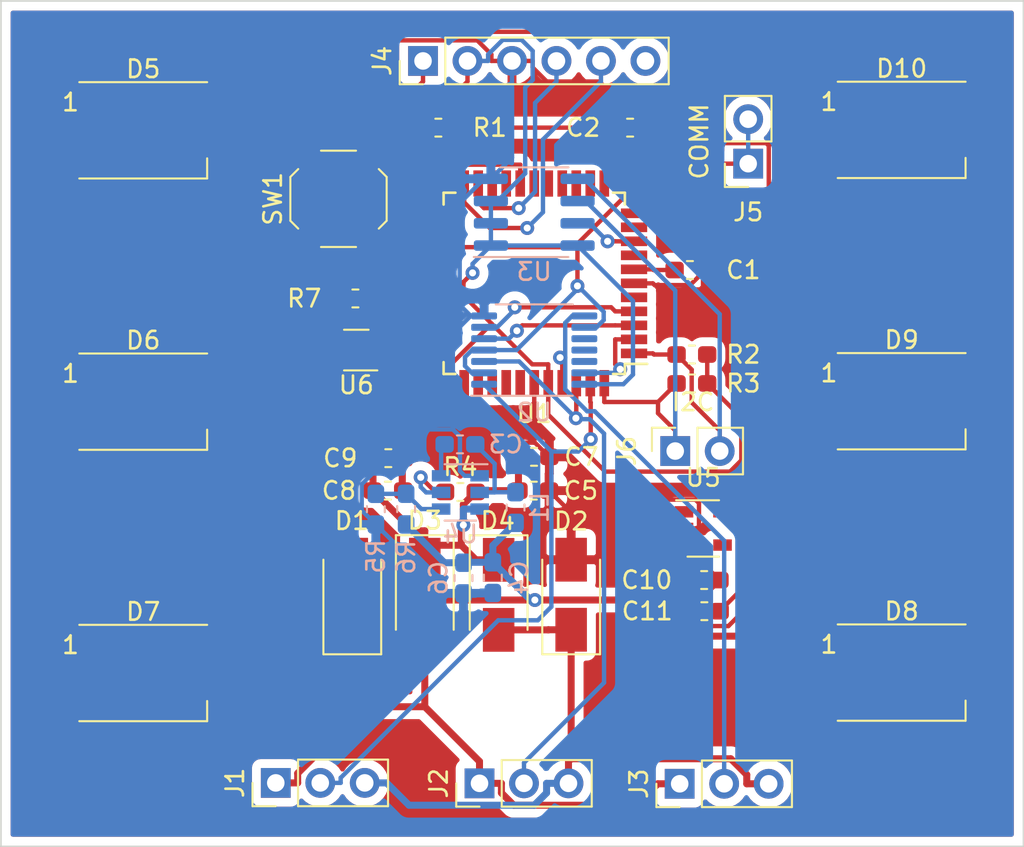
<source format=kicad_pcb>
(kicad_pcb (version 20171130) (host pcbnew "(5.1.6)-1")
  (layers (0 F.Cu signal) (31 B.Cu signal) (34 B.Paste user) (35 F.Paste user) (36 B.SilkS user) (37 F.SilkS user) (38 B.Mask user) (39 F.Mask user) (44 Edge.Cuts user))
  (net 0 "")
  (net 1 "Net-(C1-Pad2)")
  (net 2 GND)
  (net 3 +3V3)
  (net 4 "Net-(C3-Pad2)")
  (net 5 "Net-(C3-Pad1)")
  (net 6 +5V)
  (net 7 +VDC)
  (net 8 PRI_HI)
  (net 9 PRI_LO)
  (net 10 "Net-(D5-Pad2)")
  (net 11 "Net-(D10-Pad4)")
  (net 12 "Net-(D6-Pad2)")
  (net 13 "Net-(D7-Pad2)")
  (net 14 "Net-(D8-Pad2)")
  (net 15 "Net-(D9-Pad2)")
  (net 16 "Net-(D10-Pad2)")
  (net 17 PORT1_IO)
  (net 18 PORT2_IO)
  (net 19 PORT3_IO)
  (net 20 "Net-(J4-Pad6)")
  (net 21 PGEC)
  (net 22 PGED)
  (net 23 RESET)
  (net 24 SDA)
  (net 25 SCL)
  (net 26 "Net-(R4-Pad1)")
  (net 27 "Net-(R5-Pad1)")
  (net 28 "Net-(R7-Pad2)")
  (net 29 "Net-(U1-Pad38)")
  (net 30 "Net-(U1-Pad37)")
  (net 31 "Net-(U1-Pad36)")
  (net 32 "Net-(U1-Pad35)")
  (net 33 "Net-(U1-Pad34)")
  (net 34 "Net-(U1-Pad33)")
  (net 35 PWM_OUT)
  (net 36 "Net-(U1-Pad31)")
  (net 37 "Net-(U1-Pad30)")
  (net 38 "Net-(U1-Pad27)")
  (net 39 IO_COM)
  (net 40 "Net-(U1-Pad24)")
  (net 41 "Net-(U1-Pad23)")
  (net 42 "Net-(U1-Pad20)")
  (net 43 "Net-(U1-Pad19)")
  (net 44 "Net-(U1-Pad17)")
  (net 45 "Net-(U1-Pad16)")
  (net 46 "Net-(U1-Pad15)")
  (net 47 "Net-(U1-Pad14)")
  (net 48 "Net-(U1-Pad13)")
  (net 49 "Net-(U1-Pad12)")
  (net 50 "Net-(U1-Pad11)")
  (net 51 "Net-(U1-Pad10)")
  (net 52 FRAM_WP)
  (net 53 "Net-(U1-Pad8)")
  (net 54 "Net-(U1-Pad5)")
  (net 55 PORT3_SEL)
  (net 56 PORT2_SEL)
  (net 57 PORT1_SEL)
  (net 58 "Net-(U2-Pad12)")
  (net 59 "Net-(U2-Pad11)")
  (net 60 "Net-(U2-Pad10)")
  (net 61 "Net-(U5-Pad4)")
  (module Connector_PinSocket_2.54mm:PinSocket_1x02_P2.54mm_Vertical (layer F.Cu) (at 198.526 124.739 90)
    (fp_text reference J6 (at 0 -2.77 90) (layer F.SilkS))
    (fp_text value I2C (at 2.794 1.016) (layer F.SilkS))
    (pad 2 thru_hole oval (at 0 2.54 90) (size 1.7 1.7) (drill 1) (layers *.Cu *.Mask) (net 24 SDA))
    (pad 1 thru_hole rect (at 0 0 90) (size 1.7 1.7) (drill 1) (layers *.Cu *.Mask) (net 25 SCL))
  )
  (module Connector_PinSocket_2.54mm:PinSocket_1x02_P2.54mm_Vertical (layer F.Cu) (at 202.692 108.331 180)
    (fp_text reference J5 (at 0 -2.77) (layer F.SilkS))
    (fp_text value COMM (at 2.794 1.27 90) (layer F.SilkS))
    (pad 2 thru_hole oval (at 0 2.54 180) (size 1.7 1.7) (drill 1) (layers *.Cu *.Mask) (net 39 IO_COM))
    (pad 1 thru_hole rect (at 0 0 180) (size 1.7 1.7) (drill 1) (layers *.Cu *.Mask) (net 39 IO_COM))
  )
  (module Package_TO_SOT_SMD:SOT-363_SC-70-6 (layer F.Cu) (at 180.315 118.974 180)
    (fp_text reference U6 (at 0 -2) (layer F.SilkS))
    (fp_text value SN74LVC1T45DCK)
    (pad 6 smd rect (at 0.95 -0.65 180) (size 0.65 0.4) (layers F.Cu F.Paste F.Mask) (net 6 +5V))
    (pad 4 smd rect (at 0.95 0.65 180) (size 0.65 0.4) (layers F.Cu F.Paste F.Mask) (net 28 "Net-(R7-Pad2)"))
    (pad 2 smd rect (at -0.95 0 180) (size 0.65 0.4) (layers F.Cu F.Paste F.Mask) (net 2 GND))
    (pad 5 smd rect (at 0.95 0 180) (size 0.65 0.4) (layers F.Cu F.Paste F.Mask) (net 3 +3V3))
    (pad 3 smd rect (at -0.95 0.65 180) (size 0.65 0.4) (layers F.Cu F.Paste F.Mask) (net 35 PWM_OUT))
    (pad 1 smd rect (at -0.95 -0.65 180) (size 0.65 0.4) (layers F.Cu F.Paste F.Mask) (net 3 +3V3))
  )
  (module Package_TO_SOT_SMD:SOT-23-5 (layer F.Cu) (at 200.127 129.159)
    (fp_text reference U5 (at 0 -2.9) (layer F.SilkS))
    (fp_text value AP2112K-3.3)
    (pad 5 smd rect (at 1.1 -0.95) (size 1.06 0.65) (layers F.Cu F.Paste F.Mask) (net 3 +3V3))
    (pad 4 smd rect (at 1.1 0.95) (size 1.06 0.65) (layers F.Cu F.Paste F.Mask) (net 61 "Net-(U5-Pad4)"))
    (pad 3 smd rect (at -1.1 0.95) (size 1.06 0.65) (layers F.Cu F.Paste F.Mask) (net 6 +5V))
    (pad 2 smd rect (at -1.1 0) (size 1.06 0.65) (layers F.Cu F.Paste F.Mask) (net 2 GND))
    (pad 1 smd rect (at -1.1 -0.95) (size 1.06 0.65) (layers F.Cu F.Paste F.Mask) (net 6 +5V))
  )
  (module Package_TO_SOT_SMD:SOT-23-6 (layer B.Cu) (at 186.258 127.102 180)
    (fp_text reference U4 (at 0 -2.3876) (layer B.SilkS) (effects (justify mirror)))
    (fp_text value TPS562200)
    (pad 5 smd rect (at 1.1 0 180) (size 1.06 0.65) (layers B.Cu B.Paste B.Mask) (net 26 "Net-(R4-Pad1)"))
    (pad 6 smd rect (at 1.1 0.95 180) (size 1.06 0.65) (layers B.Cu B.Paste B.Mask) (net 4 "Net-(C3-Pad2)"))
    (pad 4 smd rect (at 1.1 -0.95 180) (size 1.06 0.65) (layers B.Cu B.Paste B.Mask) (net 27 "Net-(R5-Pad1)"))
    (pad 3 smd rect (at -1.1 -0.95 180) (size 1.06 0.65) (layers B.Cu B.Paste B.Mask) (net 7 +VDC))
    (pad 2 smd rect (at -1.1 0 180) (size 1.06 0.65) (layers B.Cu B.Paste B.Mask) (net 5 "Net-(C3-Pad1)"))
    (pad 1 smd rect (at -1.1 0.95 180) (size 1.06 0.65) (layers B.Cu B.Paste B.Mask) (net 2 GND))
  )
  (module Package_SO:SOIC-8_3.9x4.9mm_P1.27mm (layer B.Cu) (at 190.475 111.1)
    (fp_text reference U3 (at 0 3.4) (layer B.SilkS) (effects (justify mirror)))
    (fp_text value MB85RC256)
    (pad 8 smd roundrect (at 2.475 1.905) (size 1.95 0.6) (layers B.Cu B.Paste B.Mask) (net 3 +3V3))
    (pad 7 smd roundrect (at 2.475 0.635) (size 1.95 0.6) (layers B.Cu B.Paste B.Mask) (net 52 FRAM_WP))
    (pad 6 smd roundrect (at 2.475 -0.635) (size 1.95 0.6) (layers B.Cu B.Paste B.Mask) (net 25 SCL))
    (pad 5 smd roundrect (at 2.475 -1.905) (size 1.95 0.6) (layers B.Cu B.Paste B.Mask) (net 24 SDA))
    (pad 4 smd roundrect (at -2.475 -1.905) (size 1.95 0.6) (layers B.Cu B.Paste B.Mask) (net 2 GND))
    (pad 3 smd roundrect (at -2.475 -0.635) (size 1.95 0.6) (layers B.Cu B.Paste B.Mask) (net 3 +3V3))
    (pad 2 smd roundrect (at -2.475 0.635) (size 1.95 0.6) (layers B.Cu B.Paste B.Mask) (net 3 +3V3))
    (pad 1 smd roundrect (at -2.475 1.905) (size 1.95 0.6) (layers B.Cu B.Paste B.Mask) (net 3 +3V3))
  )
  (module Package_SO:TSSOP-14_4.4x5mm_P0.65mm (layer B.Cu) (at 190.475 118.974)
    (fp_text reference U2 (at 0 3.556) (layer B.SilkS) (effects (justify mirror)))
    (fp_text value TS3A4751PWR)
    (pad 14 smd roundrect (at 2.8625 1.95) (size 1.475 0.4) (layers B.Cu B.Paste B.Mask) (net 3 +3V3))
    (pad 13 smd roundrect (at 2.8625 1.3) (size 1.475 0.4) (layers B.Cu B.Paste B.Mask) (net 57 PORT1_SEL))
    (pad 12 smd roundrect (at 2.8625 0.65) (size 1.475 0.4) (layers B.Cu B.Paste B.Mask) (net 58 "Net-(U2-Pad12)"))
    (pad 11 smd roundrect (at 2.8625 0) (size 1.475 0.4) (layers B.Cu B.Paste B.Mask) (net 59 "Net-(U2-Pad11)"))
    (pad 10 smd roundrect (at 2.8625 -0.65) (size 1.475 0.4) (layers B.Cu B.Paste B.Mask) (net 60 "Net-(U2-Pad10)"))
    (pad 9 smd roundrect (at 2.8625 -1.3) (size 1.475 0.4) (layers B.Cu B.Paste B.Mask) (net 39 IO_COM))
    (pad 8 smd roundrect (at 2.8625 -1.95) (size 1.475 0.4) (layers B.Cu B.Paste B.Mask) (net 19 PORT3_IO))
    (pad 7 smd roundrect (at -2.8625 -1.95) (size 1.475 0.4) (layers B.Cu B.Paste B.Mask) (net 2 GND))
    (pad 6 smd roundrect (at -2.8625 -1.3) (size 1.475 0.4) (layers B.Cu B.Paste B.Mask) (net 55 PORT3_SEL))
    (pad 5 smd roundrect (at -2.8625 -0.65) (size 1.475 0.4) (layers B.Cu B.Paste B.Mask) (net 56 PORT2_SEL))
    (pad 4 smd roundrect (at -2.8625 0) (size 1.475 0.4) (layers B.Cu B.Paste B.Mask) (net 39 IO_COM))
    (pad 3 smd roundrect (at -2.8625 0.65) (size 1.475 0.4) (layers B.Cu B.Paste B.Mask) (net 18 PORT2_IO))
    (pad 2 smd roundrect (at -2.8625 1.3) (size 1.475 0.4) (layers B.Cu B.Paste B.Mask) (net 39 IO_COM))
    (pad 1 smd roundrect (at -2.8625 1.95) (size 1.475 0.4) (layers B.Cu B.Paste B.Mask) (net 17 PORT1_IO))
  )
  (module Package_QFP:TQFP-44_10x10mm_P0.8mm (layer F.Cu) (at 190.475 115.164 180)
    (fp_text reference U1 (at 0 -7.45) (layer F.SilkS))
    (fp_text value DSPIC33FJ128MC804)
    (pad 44 smd rect (at -4 -5.7 270) (size 1.5 0.55) (layers F.Cu F.Paste F.Mask) (net 25 SCL))
    (pad 43 smd rect (at -3.2 -5.7 270) (size 1.5 0.55) (layers F.Cu F.Paste F.Mask) (net 17 PORT1_IO))
    (pad 42 smd rect (at -2.4 -5.7 270) (size 1.5 0.55) (layers F.Cu F.Paste F.Mask) (net 18 PORT2_IO))
    (pad 41 smd rect (at -1.6 -5.7 270) (size 1.5 0.55) (layers F.Cu F.Paste F.Mask) (net 19 PORT3_IO))
    (pad 40 smd rect (at -0.8 -5.7 270) (size 1.5 0.55) (layers F.Cu F.Paste F.Mask) (net 3 +3V3))
    (pad 39 smd rect (at 0 -5.7 270) (size 1.5 0.55) (layers F.Cu F.Paste F.Mask) (net 2 GND))
    (pad 38 smd rect (at 0.8 -5.7 270) (size 1.5 0.55) (layers F.Cu F.Paste F.Mask) (net 29 "Net-(U1-Pad38)"))
    (pad 37 smd rect (at 1.6 -5.7 270) (size 1.5 0.55) (layers F.Cu F.Paste F.Mask) (net 30 "Net-(U1-Pad37)"))
    (pad 36 smd rect (at 2.4 -5.7 270) (size 1.5 0.55) (layers F.Cu F.Paste F.Mask) (net 31 "Net-(U1-Pad36)"))
    (pad 35 smd rect (at 3.2 -5.7 270) (size 1.5 0.55) (layers F.Cu F.Paste F.Mask) (net 32 "Net-(U1-Pad35)"))
    (pad 34 smd rect (at 4 -5.7 270) (size 1.5 0.55) (layers F.Cu F.Paste F.Mask) (net 33 "Net-(U1-Pad34)"))
    (pad 33 smd rect (at 5.7 -4 180) (size 1.5 0.55) (layers F.Cu F.Paste F.Mask) (net 34 "Net-(U1-Pad33)"))
    (pad 32 smd rect (at 5.7 -3.2 180) (size 1.5 0.55) (layers F.Cu F.Paste F.Mask) (net 35 PWM_OUT))
    (pad 31 smd rect (at 5.7 -2.4 180) (size 1.5 0.55) (layers F.Cu F.Paste F.Mask) (net 36 "Net-(U1-Pad31)"))
    (pad 30 smd rect (at 5.7 -1.6 180) (size 1.5 0.55) (layers F.Cu F.Paste F.Mask) (net 37 "Net-(U1-Pad30)"))
    (pad 29 smd rect (at 5.7 -0.8 180) (size 1.5 0.55) (layers F.Cu F.Paste F.Mask) (net 2 GND))
    (pad 28 smd rect (at 5.7 0 180) (size 1.5 0.55) (layers F.Cu F.Paste F.Mask) (net 3 +3V3))
    (pad 27 smd rect (at 5.7 0.8 180) (size 1.5 0.55) (layers F.Cu F.Paste F.Mask) (net 38 "Net-(U1-Pad27)"))
    (pad 26 smd rect (at 5.7 1.6 180) (size 1.5 0.55) (layers F.Cu F.Paste F.Mask) (net 39 IO_COM))
    (pad 25 smd rect (at 5.7 2.4 180) (size 1.5 0.55) (layers F.Cu F.Paste F.Mask) (net 39 IO_COM))
    (pad 24 smd rect (at 5.7 3.2 180) (size 1.5 0.55) (layers F.Cu F.Paste F.Mask) (net 40 "Net-(U1-Pad24)"))
    (pad 23 smd rect (at 5.7 4 180) (size 1.5 0.55) (layers F.Cu F.Paste F.Mask) (net 41 "Net-(U1-Pad23)"))
    (pad 22 smd rect (at 4 5.7 270) (size 1.5 0.55) (layers F.Cu F.Paste F.Mask) (net 21 PGEC))
    (pad 21 smd rect (at 3.2 5.7 270) (size 1.5 0.55) (layers F.Cu F.Paste F.Mask) (net 22 PGED))
    (pad 20 smd rect (at 2.4 5.7 270) (size 1.5 0.55) (layers F.Cu F.Paste F.Mask) (net 42 "Net-(U1-Pad20)"))
    (pad 19 smd rect (at 1.6 5.7 270) (size 1.5 0.55) (layers F.Cu F.Paste F.Mask) (net 43 "Net-(U1-Pad19)"))
    (pad 18 smd rect (at 0.8 5.7 270) (size 1.5 0.55) (layers F.Cu F.Paste F.Mask) (net 23 RESET))
    (pad 17 smd rect (at 0 5.7 270) (size 1.5 0.55) (layers F.Cu F.Paste F.Mask) (net 44 "Net-(U1-Pad17)"))
    (pad 16 smd rect (at -0.8 5.7 270) (size 1.5 0.55) (layers F.Cu F.Paste F.Mask) (net 45 "Net-(U1-Pad16)"))
    (pad 15 smd rect (at -1.6 5.7 270) (size 1.5 0.55) (layers F.Cu F.Paste F.Mask) (net 46 "Net-(U1-Pad15)"))
    (pad 14 smd rect (at -2.4 5.7 270) (size 1.5 0.55) (layers F.Cu F.Paste F.Mask) (net 47 "Net-(U1-Pad14)"))
    (pad 13 smd rect (at -3.2 5.7 270) (size 1.5 0.55) (layers F.Cu F.Paste F.Mask) (net 48 "Net-(U1-Pad13)"))
    (pad 12 smd rect (at -4 5.7 270) (size 1.5 0.55) (layers F.Cu F.Paste F.Mask) (net 49 "Net-(U1-Pad12)"))
    (pad 11 smd rect (at -5.7 4 180) (size 1.5 0.55) (layers F.Cu F.Paste F.Mask) (net 50 "Net-(U1-Pad11)"))
    (pad 10 smd rect (at -5.7 3.2 180) (size 1.5 0.55) (layers F.Cu F.Paste F.Mask) (net 51 "Net-(U1-Pad10)"))
    (pad 9 smd rect (at -5.7 2.4 180) (size 1.5 0.55) (layers F.Cu F.Paste F.Mask) (net 52 FRAM_WP))
    (pad 8 smd rect (at -5.7 1.6 180) (size 1.5 0.55) (layers F.Cu F.Paste F.Mask) (net 53 "Net-(U1-Pad8)"))
    (pad 7 smd rect (at -5.7 0.8 180) (size 1.5 0.55) (layers F.Cu F.Paste F.Mask) (net 1 "Net-(C1-Pad2)"))
    (pad 6 smd rect (at -5.7 0 180) (size 1.5 0.55) (layers F.Cu F.Paste F.Mask) (net 2 GND))
    (pad 5 smd rect (at -5.7 -0.8 180) (size 1.5 0.55) (layers F.Cu F.Paste F.Mask) (net 54 "Net-(U1-Pad5)"))
    (pad 4 smd rect (at -5.7 -1.6 180) (size 1.5 0.55) (layers F.Cu F.Paste F.Mask) (net 55 PORT3_SEL))
    (pad 3 smd rect (at -5.7 -2.4 180) (size 1.5 0.55) (layers F.Cu F.Paste F.Mask) (net 56 PORT2_SEL))
    (pad 2 smd rect (at -5.7 -3.2 180) (size 1.5 0.55) (layers F.Cu F.Paste F.Mask) (net 57 PORT1_SEL))
    (pad 1 smd rect (at -5.7 -4 180) (size 1.5 0.55) (layers F.Cu F.Paste F.Mask) (net 24 SDA))
  )
  (module Button_Switch_SMD:SW_SPST_TL3342 (layer F.Cu) (at 179.299 110.338 90)
    (fp_text reference SW1 (at 0 -3.75 90) (layer F.SilkS))
    (fp_text value SW_Push)
    (pad 2 smd rect (at 3.15 1.9 90) (size 1.7 1) (layers F.Cu F.Paste F.Mask) (net 23 RESET))
    (pad 2 smd rect (at -3.15 1.9 90) (size 1.7 1) (layers F.Cu F.Paste F.Mask) (net 23 RESET))
    (pad 1 smd rect (at 3.15 -1.9 90) (size 1.7 1) (layers F.Cu F.Paste F.Mask) (net 2 GND))
    (pad 1 smd rect (at -3.15 -1.9 90) (size 1.7 1) (layers F.Cu F.Paste F.Mask) (net 2 GND))
  )
  (module Resistor_SMD:R_0603_1608Metric_Pad1.05x0.95mm_HandSolder (layer F.Cu) (at 180.264 116.027)
    (fp_text reference R7 (at -2.921 0) (layer F.SilkS))
    (fp_text value 470)
    (pad 2 smd roundrect (at 0.875 0) (size 1.05 0.95) (layers F.Cu F.Paste F.Mask) (net 28 "Net-(R7-Pad2)"))
    (pad 1 smd roundrect (at -0.875 0) (size 1.05 0.95) (layers F.Cu F.Paste F.Mask) (net 11 "Net-(D10-Pad4)"))
  )
  (module Resistor_SMD:R_0603_1608Metric_Pad1.05x0.95mm_HandSolder (layer B.Cu) (at 183.159 128.055 270)
    (fp_text reference R6 (at 2.7546 0 90) (layer B.SilkS) (effects (justify mirror)))
    (fp_text value 49.9k)
    (pad 2 smd roundrect (at 0.875 0 270) (size 1.05 0.95) (layers B.Cu B.Paste B.Mask) (net 6 +5V))
    (pad 1 smd roundrect (at -0.875 0 270) (size 1.05 0.95) (layers B.Cu B.Paste B.Mask) (net 27 "Net-(R5-Pad1)"))
  )
  (module Resistor_SMD:R_0603_1608Metric_Pad1.05x0.95mm_HandSolder (layer B.Cu) (at 181.432 128.058 270)
    (fp_text reference R5 (at 2.7008 0 90) (layer B.SilkS) (effects (justify mirror)))
    (fp_text value 9.09k)
    (pad 2 smd roundrect (at 0.875 0 270) (size 1.05 0.95) (layers B.Cu B.Paste B.Mask) (net 2 GND))
    (pad 1 smd roundrect (at -0.875 0 270) (size 1.05 0.95) (layers B.Cu B.Paste B.Mask) (net 27 "Net-(R5-Pad1)"))
  )
  (module Resistor_SMD:R_0603_1608Metric_Pad1.05x0.95mm_HandSolder (layer F.Cu) (at 186.258 127.076)
    (fp_text reference R4 (at 0 -1.43) (layer F.SilkS))
    (fp_text value 1k)
    (pad 2 smd roundrect (at 0.875 0) (size 1.05 0.95) (layers F.Cu F.Paste F.Mask) (net 7 +VDC))
    (pad 1 smd roundrect (at -0.875 0) (size 1.05 0.95) (layers F.Cu F.Paste F.Mask) (net 26 "Net-(R4-Pad1)"))
  )
  (module Resistor_SMD:R_0603_1608Metric_Pad1.05x0.95mm_HandSolder (layer F.Cu) (at 199.478 120.879 180)
    (fp_text reference R3 (at -2.935 0) (layer F.SilkS))
    (fp_text value 4.7k)
    (pad 2 smd roundrect (at 0.875 0 180) (size 1.05 0.95) (layers F.Cu F.Paste F.Mask) (net 25 SCL))
    (pad 1 smd roundrect (at -0.875 0 180) (size 1.05 0.95) (layers F.Cu F.Paste F.Mask) (net 3 +3V3))
  )
  (module Resistor_SMD:R_0603_1608Metric_Pad1.05x0.95mm_HandSolder (layer F.Cu) (at 199.478 119.228 180)
    (fp_text reference R2 (at -2.935 0) (layer F.SilkS))
    (fp_text value 4.7k)
    (pad 2 smd roundrect (at 0.875 0 180) (size 1.05 0.95) (layers F.Cu F.Paste F.Mask) (net 24 SDA))
    (pad 1 smd roundrect (at -0.875 0 180) (size 1.05 0.95) (layers F.Cu F.Paste F.Mask) (net 3 +3V3))
  )
  (module Resistor_SMD:R_0603_1608Metric_Pad1.05x0.95mm_HandSolder (layer F.Cu) (at 185 106.274 180)
    (fp_text reference R1 (at -2.935 0) (layer F.SilkS))
    (fp_text value 10k)
    (pad 2 smd roundrect (at 0.875 0 180) (size 1.05 0.95) (layers F.Cu F.Paste F.Mask) (net 23 RESET))
    (pad 1 smd roundrect (at -0.875 0 180) (size 1.05 0.95) (layers F.Cu F.Paste F.Mask) (net 3 +3V3))
  )
  (module Inductor_SMD:L_0603_1608Metric_Pad1.05x0.95mm_HandSolder (layer B.Cu) (at 189.408 127.965 270)
    (fp_text reference L1 (at 0 -1.3716 270) (layer B.SilkS) (effects (justify mirror)))
    (fp_text value 2.2u)
    (pad 2 smd roundrect (at 0.875 0 270) (size 1.05 0.95) (layers B.Cu B.Paste B.Mask) (net 6 +5V))
    (pad 1 smd roundrect (at -0.875 0 270) (size 1.05 0.95) (layers B.Cu B.Paste B.Mask) (net 5 "Net-(C3-Pad1)"))
  )
  (module Connector_PinHeader_2.54mm:PinHeader_1x06_P2.54mm_Vertical (layer F.Cu) (at 184.125 102.464 90)
    (fp_text reference J4 (at 0 -2.33 90) (layer F.SilkS))
    (fp_text value Conn_01x06)
    (pad 6 thru_hole oval (at 0 12.7 90) (size 1.7 1.7) (drill 1) (layers *.Cu *.Mask) (net 20 "Net-(J4-Pad6)"))
    (pad 5 thru_hole oval (at 0 10.16 90) (size 1.7 1.7) (drill 1) (layers *.Cu *.Mask) (net 21 PGEC))
    (pad 4 thru_hole oval (at 0 7.62 90) (size 1.7 1.7) (drill 1) (layers *.Cu *.Mask) (net 22 PGED))
    (pad 3 thru_hole oval (at 0 5.08 90) (size 1.7 1.7) (drill 1) (layers *.Cu *.Mask) (net 2 GND))
    (pad 2 thru_hole oval (at 0 2.54 90) (size 1.7 1.7) (drill 1) (layers *.Cu *.Mask) (net 3 +3V3))
    (pad 1 thru_hole rect (at 0 0 90) (size 1.7 1.7) (drill 1) (layers *.Cu *.Mask) (net 23 RESET))
  )
  (module Connector_PinHeader_2.54mm:PinHeader_1x03_P2.54mm_Vertical (layer F.Cu) (at 198.78 143.739 90)
    (fp_text reference J3 (at 0 -2.33 90) (layer F.SilkS))
    (fp_text value Conn_01x03)
    (pad 3 thru_hole oval (at 0 5.08 90) (size 1.7 1.7) (drill 1) (layers *.Cu *.Mask) (net 9 PRI_LO))
    (pad 2 thru_hole oval (at 0 2.54 90) (size 1.7 1.7) (drill 1) (layers *.Cu *.Mask) (net 19 PORT3_IO))
    (pad 1 thru_hole rect (at 0 0 90) (size 1.7 1.7) (drill 1) (layers *.Cu *.Mask) (net 8 PRI_HI))
  )
  (module Connector_PinHeader_2.54mm:PinHeader_1x03_P2.54mm_Vertical (layer F.Cu) (at 187.35 143.713 90)
    (fp_text reference J2 (at 0 -2.33 90) (layer F.SilkS))
    (fp_text value Conn_01x03)
    (pad 3 thru_hole oval (at 0 5.08 90) (size 1.7 1.7) (drill 1) (layers *.Cu *.Mask) (net 9 PRI_LO))
    (pad 2 thru_hole oval (at 0 2.54 90) (size 1.7 1.7) (drill 1) (layers *.Cu *.Mask) (net 18 PORT2_IO))
    (pad 1 thru_hole rect (at 0 0 90) (size 1.7 1.7) (drill 1) (layers *.Cu *.Mask) (net 8 PRI_HI))
  )
  (module Connector_PinHeader_2.54mm:PinHeader_1x03_P2.54mm_Vertical (layer F.Cu) (at 175.717 143.688 90)
    (fp_text reference J1 (at 0 -2.33 90) (layer F.SilkS))
    (fp_text value Conn_01x03)
    (pad 3 thru_hole oval (at 0 5.08 90) (size 1.7 1.7) (drill 1) (layers *.Cu *.Mask) (net 9 PRI_LO))
    (pad 2 thru_hole oval (at 0 2.54 90) (size 1.7 1.7) (drill 1) (layers *.Cu *.Mask) (net 17 PORT1_IO))
    (pad 1 thru_hole rect (at 0 0 90) (size 1.7 1.7) (drill 1) (layers *.Cu *.Mask) (net 8 PRI_HI))
  )
  (module LED_SMD:LED_WS2812B_PLCC4_5.0x5.0mm_P3.2mm (layer F.Cu) (at 211.455 106.401)
    (fp_text reference D10 (at 0 -3.5) (layer F.SilkS))
    (fp_text value WS2812B)
    (fp_text user 1 (at -4.15 -1.6) (layer F.SilkS))
    (pad 1 smd rect (at -2.45 -1.6) (size 1.5 1) (layers F.Cu F.Paste F.Mask) (net 6 +5V))
    (pad 2 smd rect (at -2.45 1.6) (size 1.5 1) (layers F.Cu F.Paste F.Mask) (net 16 "Net-(D10-Pad2)"))
    (pad 4 smd rect (at 2.45 -1.6) (size 1.5 1) (layers F.Cu F.Paste F.Mask) (net 11 "Net-(D10-Pad4)"))
    (pad 3 smd rect (at 2.45 1.6) (size 1.5 1) (layers F.Cu F.Paste F.Mask) (net 2 GND))
  )
  (module LED_SMD:LED_WS2812B_PLCC4_5.0x5.0mm_P3.2mm (layer F.Cu) (at 211.455 121.895)
    (fp_text reference D9 (at 0 -3.5) (layer F.SilkS))
    (fp_text value WS2812B)
    (fp_text user 1 (at -4.15 -1.6) (layer F.SilkS))
    (pad 1 smd rect (at -2.45 -1.6) (size 1.5 1) (layers F.Cu F.Paste F.Mask) (net 6 +5V))
    (pad 2 smd rect (at -2.45 1.6) (size 1.5 1) (layers F.Cu F.Paste F.Mask) (net 15 "Net-(D9-Pad2)"))
    (pad 4 smd rect (at 2.45 -1.6) (size 1.5 1) (layers F.Cu F.Paste F.Mask) (net 11 "Net-(D10-Pad4)"))
    (pad 3 smd rect (at 2.45 1.6) (size 1.5 1) (layers F.Cu F.Paste F.Mask) (net 2 GND))
  )
  (module LED_SMD:LED_WS2812B_PLCC4_5.0x5.0mm_P3.2mm (layer F.Cu) (at 211.455 137.389)
    (fp_text reference D8 (at 0 -3.5) (layer F.SilkS))
    (fp_text value WS2812B)
    (fp_text user 1 (at -4.15 -1.6) (layer F.SilkS))
    (pad 1 smd rect (at -2.45 -1.6) (size 1.5 1) (layers F.Cu F.Paste F.Mask) (net 6 +5V))
    (pad 2 smd rect (at -2.45 1.6) (size 1.5 1) (layers F.Cu F.Paste F.Mask) (net 14 "Net-(D8-Pad2)"))
    (pad 4 smd rect (at 2.45 -1.6) (size 1.5 1) (layers F.Cu F.Paste F.Mask) (net 11 "Net-(D10-Pad4)"))
    (pad 3 smd rect (at 2.45 1.6) (size 1.5 1) (layers F.Cu F.Paste F.Mask) (net 2 GND))
  )
  (module LED_SMD:LED_WS2812B_PLCC4_5.0x5.0mm_P3.2mm (layer F.Cu) (at 168.148 137.414)
    (fp_text reference D7 (at 0 -3.5) (layer F.SilkS))
    (fp_text value WS2812B)
    (fp_text user 1 (at -4.15 -1.6) (layer F.SilkS))
    (pad 1 smd rect (at -2.45 -1.6) (size 1.5 1) (layers F.Cu F.Paste F.Mask) (net 6 +5V))
    (pad 2 smd rect (at -2.45 1.6) (size 1.5 1) (layers F.Cu F.Paste F.Mask) (net 13 "Net-(D7-Pad2)"))
    (pad 4 smd rect (at 2.45 -1.6) (size 1.5 1) (layers F.Cu F.Paste F.Mask) (net 11 "Net-(D10-Pad4)"))
    (pad 3 smd rect (at 2.45 1.6) (size 1.5 1) (layers F.Cu F.Paste F.Mask) (net 2 GND))
  )
  (module LED_SMD:LED_WS2812B_PLCC4_5.0x5.0mm_P3.2mm (layer F.Cu) (at 168.148 121.92)
    (fp_text reference D6 (at 0 -3.5) (layer F.SilkS))
    (fp_text value WS2812B)
    (fp_text user 1 (at -4.15 -1.6) (layer F.SilkS))
    (pad 1 smd rect (at -2.45 -1.6) (size 1.5 1) (layers F.Cu F.Paste F.Mask) (net 6 +5V))
    (pad 2 smd rect (at -2.45 1.6) (size 1.5 1) (layers F.Cu F.Paste F.Mask) (net 12 "Net-(D6-Pad2)"))
    (pad 4 smd rect (at 2.45 -1.6) (size 1.5 1) (layers F.Cu F.Paste F.Mask) (net 11 "Net-(D10-Pad4)"))
    (pad 3 smd rect (at 2.45 1.6) (size 1.5 1) (layers F.Cu F.Paste F.Mask) (net 2 GND))
  )
  (module LED_SMD:LED_WS2812B_PLCC4_5.0x5.0mm_P3.2mm (layer F.Cu) (at 168.148 106.426)
    (fp_text reference D5 (at 0 -3.5) (layer F.SilkS))
    (fp_text value WS2812B)
    (fp_text user 1 (at -4.15 -1.6) (layer F.SilkS))
    (pad 1 smd rect (at -2.45 -1.6) (size 1.5 1) (layers F.Cu F.Paste F.Mask) (net 6 +5V))
    (pad 2 smd rect (at -2.45 1.6) (size 1.5 1) (layers F.Cu F.Paste F.Mask) (net 10 "Net-(D5-Pad2)"))
    (pad 4 smd rect (at 2.45 -1.6) (size 1.5 1) (layers F.Cu F.Paste F.Mask) (net 11 "Net-(D10-Pad4)"))
    (pad 3 smd rect (at 2.45 1.6) (size 1.5 1) (layers F.Cu F.Paste F.Mask) (net 2 GND))
  )
  (module Diode_SMD:D_SMA (layer F.Cu) (at 188.443 132.95 270)
    (fp_text reference D4 (at -4.223 0.0508 180) (layer F.SilkS))
    (fp_text value US1M)
    (pad 2 smd rect (at 2 0 270) (size 2.5 1.8) (layers F.Cu F.Paste F.Mask) (net 9 PRI_LO))
    (pad 1 smd rect (at -2 0 270) (size 2.5 1.8) (layers F.Cu F.Paste F.Mask) (net 7 +VDC))
  )
  (module Diode_SMD:D_SMA (layer F.Cu) (at 184.226 132.944 270)
    (fp_text reference D3 (at -4.2418 0 180) (layer F.SilkS))
    (fp_text value US1M)
    (pad 2 smd rect (at 2 0 270) (size 2.5 1.8) (layers F.Cu F.Paste F.Mask) (net 8 PRI_HI))
    (pad 1 smd rect (at -2 0 270) (size 2.5 1.8) (layers F.Cu F.Paste F.Mask) (net 7 +VDC))
  )
  (module Diode_SMD:D_SMA (layer F.Cu) (at 192.583 132.944 90)
    (fp_text reference D2 (at 4.191 0 180) (layer F.SilkS))
    (fp_text value US1M)
    (pad 2 smd rect (at 2 0 90) (size 2.5 1.8) (layers F.Cu F.Paste F.Mask) (net 2 GND))
    (pad 1 smd rect (at -2 0 90) (size 2.5 1.8) (layers F.Cu F.Paste F.Mask) (net 9 PRI_LO))
  )
  (module Diode_SMD:D_SMA (layer F.Cu) (at 180.086 132.944 90)
    (fp_text reference D1 (at 4.2164 -0.0254 180) (layer F.SilkS))
    (fp_text value US1M)
    (pad 2 smd rect (at 2 0 90) (size 2.5 1.8) (layers F.Cu F.Paste F.Mask) (net 2 GND))
    (pad 1 smd rect (at -2 0 90) (size 2.5 1.8) (layers F.Cu F.Paste F.Mask) (net 8 PRI_HI))
  )
  (module Capacitor_SMD:C_0603_1608Metric_Pad1.05x0.95mm_HandSolder (layer F.Cu) (at 200.189 133.883 180)
    (fp_text reference C11 (at 3.2626 0) (layer F.SilkS))
    (fp_text value 0.1u)
    (pad 2 smd roundrect (at 0.875 0 180) (size 1.05 0.95) (layers F.Cu F.Paste F.Mask) (net 2 GND))
    (pad 1 smd roundrect (at -0.875 0 180) (size 1.05 0.95) (layers F.Cu F.Paste F.Mask) (net 3 +3V3))
  )
  (module Capacitor_SMD:C_0603_1608Metric_Pad1.05x0.95mm_HandSolder (layer F.Cu) (at 200.177 132.105)
    (fp_text reference C10 (at -3.2766 0) (layer F.SilkS))
    (fp_text value 0.1u)
    (pad 2 smd roundrect (at 0.875 0) (size 1.05 0.95) (layers F.Cu F.Paste F.Mask) (net 2 GND))
    (pad 1 smd roundrect (at -0.875 0) (size 1.05 0.95) (layers F.Cu F.Paste F.Mask) (net 6 +5V))
  )
  (module Capacitor_SMD:C_0603_1608Metric_Pad1.05x0.95mm_HandSolder (layer F.Cu) (at 182.143 125.146)
    (fp_text reference C9 (at -2.7432 0) (layer F.SilkS))
    (fp_text value 0.1u)
    (pad 2 smd roundrect (at 0.875 0) (size 1.05 0.95) (layers F.Cu F.Paste F.Mask) (net 2 GND))
    (pad 1 smd roundrect (at -0.875 0) (size 1.05 0.95) (layers F.Cu F.Paste F.Mask) (net 7 +VDC))
  )
  (module Capacitor_SMD:C_0603_1608Metric_Pad1.05x0.95mm_HandSolder (layer F.Cu) (at 182.118 127)
    (fp_text reference C8 (at -2.794 0) (layer F.SilkS))
    (fp_text value 1u)
    (pad 2 smd roundrect (at 0.875 0) (size 1.05 0.95) (layers F.Cu F.Paste F.Mask) (net 2 GND))
    (pad 1 smd roundrect (at -0.875 0) (size 1.05 0.95) (layers F.Cu F.Paste F.Mask) (net 7 +VDC))
  )
  (module Capacitor_SMD:C_0603_1608Metric_Pad1.05x0.95mm_HandSolder (layer F.Cu) (at 190.463 125.07)
    (fp_text reference C7 (at 2.7038 0) (layer F.SilkS))
    (fp_text value 10u)
    (pad 2 smd roundrect (at 0.875 0) (size 1.05 0.95) (layers F.Cu F.Paste F.Mask) (net 2 GND))
    (pad 1 smd roundrect (at -0.875 0) (size 1.05 0.95) (layers F.Cu F.Paste F.Mask) (net 7 +VDC))
  )
  (module Capacitor_SMD:C_0603_1608Metric_Pad1.05x0.95mm_HandSolder (layer B.Cu) (at 186.436 131.992 270)
    (fp_text reference C6 (at 0 1.43 90) (layer B.SilkS) (effects (justify mirror)))
    (fp_text value 22u)
    (pad 2 smd roundrect (at 0.875 0 270) (size 1.05 0.95) (layers B.Cu B.Paste B.Mask) (net 2 GND))
    (pad 1 smd roundrect (at -0.875 0 270) (size 1.05 0.95) (layers B.Cu B.Paste B.Mask) (net 6 +5V))
  )
  (module Capacitor_SMD:C_0603_1608Metric_Pad1.05x0.95mm_HandSolder (layer F.Cu) (at 190.449 127)
    (fp_text reference C5 (at 2.6924 0) (layer F.SilkS))
    (fp_text value 10u)
    (pad 2 smd roundrect (at 0.875 0) (size 1.05 0.95) (layers F.Cu F.Paste F.Mask) (net 2 GND))
    (pad 1 smd roundrect (at -0.875 0) (size 1.05 0.95) (layers F.Cu F.Paste F.Mask) (net 7 +VDC))
  )
  (module Capacitor_SMD:C_0603_1608Metric_Pad1.05x0.95mm_HandSolder (layer B.Cu) (at 188.112 131.967 270)
    (fp_text reference C4 (at 0 -1.4986 90) (layer B.SilkS) (effects (justify mirror)))
    (fp_text value 22u)
    (pad 2 smd roundrect (at 0.875 0 270) (size 1.05 0.95) (layers B.Cu B.Paste B.Mask) (net 2 GND))
    (pad 1 smd roundrect (at -0.875 0 270) (size 1.05 0.95) (layers B.Cu B.Paste B.Mask) (net 6 +5V))
  )
  (module Capacitor_SMD:C_0603_1608Metric_Pad1.05x0.95mm_HandSolder (layer B.Cu) (at 186.233 124.358 180)
    (fp_text reference C3 (at -2.6162 0) (layer B.SilkS) (effects (justify mirror)))
    (fp_text value 0.1u)
    (pad 2 smd roundrect (at 0.875 0 180) (size 1.05 0.95) (layers B.Cu B.Paste B.Mask) (net 4 "Net-(C3-Pad2)"))
    (pad 1 smd roundrect (at -0.875 0 180) (size 1.05 0.95) (layers B.Cu B.Paste B.Mask) (net 5 "Net-(C3-Pad1)"))
  )
  (module Capacitor_SMD:C_0603_1608Metric_Pad1.05x0.95mm_HandSolder (layer F.Cu) (at 195.95 106.274)
    (fp_text reference C2 (at -2.681 0) (layer F.SilkS))
    (fp_text value 0.1U)
    (pad 2 smd roundrect (at 0.875 0) (size 1.05 0.95) (layers F.Cu F.Paste F.Mask) (net 2 GND))
    (pad 1 smd roundrect (at -0.875 0) (size 1.05 0.95) (layers F.Cu F.Paste F.Mask) (net 3 +3V3))
  )
  (module Capacitor_SMD:C_0603_1608Metric_Pad1.05x0.95mm_HandSolder (layer F.Cu) (at 199.365 114.402 180)
    (fp_text reference C1 (at -3.048 0) (layer F.SilkS))
    (fp_text value 10U)
    (pad 2 smd roundrect (at 0.875 0 180) (size 1.05 0.95) (layers F.Cu F.Paste F.Mask) (net 1 "Net-(C1-Pad2)"))
    (pad 1 smd roundrect (at -0.875 0 180) (size 1.05 0.95) (layers F.Cu F.Paste F.Mask) (net 2 GND))
  )
  (gr_line (start 218.4146 147.32) (end 218.4146 99.0346) (layer Edge.Cuts) (width 0.1))
  (gr_line (start 160.02 147.32) (end 218.4146 147.32) (layer Edge.Cuts) (width 0.1))
  (gr_line (start 160.02 99.0346) (end 160.02 147.32) (layer Edge.Cuts) (width 0.1))
  (gr_line (start 218.4146 99.0346) (end 160.02 99.0346) (layer Edge.Cuts) (width 0.1))
  (segment (start 196.175 114.364) (end 197.2503 114.364) (width 0.25) (layer F.Cu) (net 1))
  (segment (start 198.49 114.402) (end 197.2883 114.402) (width 0.25) (layer F.Cu) (net 1))
  (segment (start 197.2883 114.402) (end 197.2503 114.364) (width 0.25) (layer F.Cu) (net 1))
  (segment (start 192.7656 128.4416) (end 191.324 127) (width 0.25) (layer F.Cu) (net 2))
  (segment (start 199.7697 129.159) (end 199.8824 129.0463) (width 0.25) (layer F.Cu) (net 2))
  (segment (start 199.8824 129.0463) (end 199.8824 127.7149) (width 0.25) (layer F.Cu) (net 2))
  (segment (start 199.8824 127.7149) (end 199.6821 127.5146) (width 0.25) (layer F.Cu) (net 2))
  (segment (start 199.6821 127.5146) (end 193.6926 127.5146) (width 0.25) (layer F.Cu) (net 2))
  (segment (start 193.6926 127.5146) (end 192.7656 128.4416) (width 0.25) (layer F.Cu) (net 2))
  (segment (start 192.7656 128.4416) (end 192.7656 129.1861) (width 0.25) (layer F.Cu) (net 2))
  (segment (start 192.7656 129.1861) (end 192.583 129.3687) (width 0.25) (layer F.Cu) (net 2))
  (segment (start 191.324 125.07) (end 191.338 125.07) (width 0.25) (layer F.Cu) (net 2))
  (segment (start 190.475 124.2603) (end 190.5143 124.2603) (width 0.25) (layer F.Cu) (net 2))
  (segment (start 190.5143 124.2603) (end 191.324 125.07) (width 0.25) (layer F.Cu) (net 2))
  (segment (start 191.324 125.07) (end 191.324 127) (width 0.25) (layer F.Cu) (net 2))
  (segment (start 186.8468 117.024) (end 187.6125 117.024) (width 0.25) (layer B.Cu) (net 2))
  (segment (start 185.8284 123.5046) (end 185.8284 118.0424) (width 0.25) (layer B.Cu) (net 2))
  (segment (start 185.8284 118.0424) (end 186.8468 117.024) (width 0.25) (layer B.Cu) (net 2))
  (segment (start 186.8468 117.024) (end 186.2178 116.395) (width 0.25) (layer B.Cu) (net 2))
  (segment (start 186.2178 116.395) (end 186.2178 110.5888) (width 0.25) (layer B.Cu) (net 2))
  (segment (start 186.2178 110.5888) (end 187.6116 109.195) (width 0.25) (layer B.Cu) (net 2))
  (segment (start 187.6116 109.195) (end 188 109.195) (width 0.25) (layer B.Cu) (net 2))
  (segment (start 189.205 102.464) (end 189.205 107.99) (width 0.25) (layer B.Cu) (net 2))
  (segment (start 189.205 107.99) (end 188 109.195) (width 0.25) (layer B.Cu) (net 2))
  (segment (start 185.8284 123.5046) (end 186.2329 123.9091) (width 0.25) (layer B.Cu) (net 2))
  (segment (start 186.2329 123.9091) (end 186.2329 125.8822) (width 0.25) (layer B.Cu) (net 2))
  (segment (start 186.2329 125.8822) (end 186.5027 126.152) (width 0.25) (layer B.Cu) (net 2))
  (segment (start 181.432 128.933) (end 180.6238 128.1248) (width 0.25) (layer B.Cu) (net 2))
  (segment (start 180.6238 128.1248) (end 180.6238 126.6389) (width 0.25) (layer B.Cu) (net 2))
  (segment (start 180.6238 126.6389) (end 183.7581 123.5046) (width 0.25) (layer B.Cu) (net 2))
  (segment (start 183.7581 123.5046) (end 185.8284 123.5046) (width 0.25) (layer B.Cu) (net 2))
  (segment (start 187.358 126.152) (end 186.5027 126.152) (width 0.25) (layer B.Cu) (net 2))
  (segment (start 186.436 132.867) (end 185.366 132.867) (width 0.25) (layer B.Cu) (net 2))
  (segment (start 185.366 132.867) (end 181.432 128.933) (width 0.25) (layer B.Cu) (net 2))
  (segment (start 190.475 124.2603) (end 183.9037 124.2603) (width 0.25) (layer F.Cu) (net 2))
  (segment (start 183.9037 124.2603) (end 183.018 125.146) (width 0.25) (layer F.Cu) (net 2))
  (segment (start 190.475 121.9393) (end 190.475 124.2603) (width 0.25) (layer F.Cu) (net 2))
  (segment (start 186.436 132.867) (end 188.087 132.867) (width 0.25) (layer B.Cu) (net 2))
  (segment (start 188.087 132.867) (end 188.112 132.842) (width 0.25) (layer B.Cu) (net 2))
  (segment (start 182.5206 116.0246) (end 180.6147 117.9305) (width 0.25) (layer F.Cu) (net 2))
  (segment (start 180.6147 117.9305) (end 180.6147 118.974) (width 0.25) (layer F.Cu) (net 2))
  (segment (start 184.775 115.964) (end 182.5812 115.964) (width 0.25) (layer F.Cu) (net 2))
  (segment (start 182.5812 115.964) (end 182.5206 116.0246) (width 0.25) (layer F.Cu) (net 2))
  (segment (start 177.399 114.6633) (end 181.1592 114.6633) (width 0.25) (layer F.Cu) (net 2))
  (segment (start 181.1592 114.6633) (end 182.5206 116.0246) (width 0.25) (layer F.Cu) (net 2))
  (segment (start 181.265 118.974) (end 180.6147 118.974) (width 0.25) (layer F.Cu) (net 2))
  (segment (start 177.399 113.488) (end 177.399 114.6633) (width 0.25) (layer F.Cu) (net 2))
  (segment (start 177.399 113.488) (end 177.399 112.9003) (width 0.25) (layer F.Cu) (net 2))
  (segment (start 179.7797 130.944) (end 179.7433 130.944) (width 0.25) (layer F.Cu) (net 2))
  (segment (start 179.7433 130.944) (end 171.6733 139.014) (width 0.25) (layer F.Cu) (net 2))
  (segment (start 179.7797 130.944) (end 179.7797 125.3106) (width 0.25) (layer F.Cu) (net 2))
  (segment (start 170.598 139.014) (end 171.6733 139.014) (width 0.25) (layer F.Cu) (net 2))
  (segment (start 203.8674 107.2999) (end 203.7231 107.1556) (width 0.25) (layer F.Cu) (net 2))
  (segment (start 203.7231 107.1556) (end 197.7066 107.1556) (width 0.25) (layer F.Cu) (net 2))
  (segment (start 197.7066 107.1556) (end 196.825 106.274) (width 0.25) (layer F.Cu) (net 2))
  (segment (start 200.24 114.402) (end 203.8674 110.7746) (width 0.25) (layer F.Cu) (net 2))
  (segment (start 203.8674 110.7746) (end 203.8674 107.2999) (width 0.25) (layer F.Cu) (net 2))
  (segment (start 212.8297 108.001) (end 212.8297 106.8829) (width 0.25) (layer F.Cu) (net 2))
  (segment (start 212.8297 106.8829) (end 209.8946 103.9478) (width 0.25) (layer F.Cu) (net 2))
  (segment (start 209.8946 103.9478) (end 207.2195 103.9478) (width 0.25) (layer F.Cu) (net 2))
  (segment (start 207.2195 103.9478) (end 203.8674 107.2999) (width 0.25) (layer F.Cu) (net 2))
  (segment (start 212.8297 123.495) (end 212.8297 108.001) (width 0.25) (layer F.Cu) (net 2))
  (segment (start 199.3782 115.2638) (end 200.24 114.402) (width 0.25) (layer F.Cu) (net 2))
  (segment (start 199.5212 133.6758) (end 201.052 132.145) (width 0.25) (layer F.Cu) (net 2))
  (segment (start 201.052 132.145) (end 201.052 132.105) (width 0.25) (layer F.Cu) (net 2))
  (segment (start 199.314 133.883) (end 199.5212 133.6758) (width 0.25) (layer F.Cu) (net 2))
  (segment (start 199.5212 133.6758) (end 200.5781 134.7328) (width 0.25) (layer F.Cu) (net 2))
  (segment (start 200.5781 134.7328) (end 201.5629 134.7328) (width 0.25) (layer F.Cu) (net 2))
  (segment (start 201.5629 134.7328) (end 202.7766 133.5191) (width 0.25) (layer F.Cu) (net 2))
  (segment (start 202.7766 133.5191) (end 202.7766 118.6622) (width 0.25) (layer F.Cu) (net 2))
  (segment (start 202.7766 118.6622) (end 199.3782 115.2638) (width 0.25) (layer F.Cu) (net 2))
  (segment (start 199.7697 129.159) (end 199.8824 129.2717) (width 0.25) (layer F.Cu) (net 2))
  (segment (start 199.8824 129.2717) (end 199.8824 130.9354) (width 0.25) (layer F.Cu) (net 2))
  (segment (start 199.8824 130.9354) (end 201.052 132.105) (width 0.25) (layer F.Cu) (net 2))
  (segment (start 199.3782 115.2638) (end 197.3501 115.2638) (width 0.25) (layer F.Cu) (net 2))
  (segment (start 197.3501 115.2638) (end 197.2503 115.164) (width 0.25) (layer F.Cu) (net 2))
  (segment (start 170.598 123.52) (end 171.6733 123.52) (width 0.25) (layer F.Cu) (net 2))
  (segment (start 179.7797 125.3106) (end 180.7817 124.3086) (width 0.25) (layer F.Cu) (net 2))
  (segment (start 180.7817 124.3086) (end 182.1806 124.3086) (width 0.25) (layer F.Cu) (net 2))
  (segment (start 182.1806 124.3086) (end 183.018 125.146) (width 0.25) (layer F.Cu) (net 2))
  (segment (start 171.6733 123.52) (end 173.4639 125.3106) (width 0.25) (layer F.Cu) (net 2))
  (segment (start 173.4639 125.3106) (end 179.7797 125.3106) (width 0.25) (layer F.Cu) (net 2))
  (segment (start 180.086 130.944) (end 179.7797 130.944) (width 0.25) (layer F.Cu) (net 2))
  (segment (start 190.3803 102.464) (end 190.3803 102.8314) (width 0.25) (layer F.Cu) (net 2))
  (segment (start 190.3803 102.8314) (end 191.1882 103.6393) (width 0.25) (layer F.Cu) (net 2))
  (segment (start 191.1882 103.6393) (end 194.1903 103.6393) (width 0.25) (layer F.Cu) (net 2))
  (segment (start 194.1903 103.6393) (end 196.825 106.274) (width 0.25) (layer F.Cu) (net 2))
  (segment (start 212.8297 138.989) (end 212.8297 123.495) (width 0.25) (layer F.Cu) (net 2))
  (segment (start 213.905 108.001) (end 212.8297 108.001) (width 0.25) (layer F.Cu) (net 2))
  (segment (start 192.583 130.944) (end 192.583 129.3687) (width 0.25) (layer F.Cu) (net 2))
  (segment (start 189.205 102.464) (end 188.0297 102.464) (width 0.25) (layer F.Cu) (net 2))
  (segment (start 177.399 107.188) (end 177.399 106.0127) (width 0.25) (layer F.Cu) (net 2))
  (segment (start 177.399 106.0127) (end 182.123 101.2887) (width 0.25) (layer F.Cu) (net 2))
  (segment (start 182.123 101.2887) (end 187.2218 101.2887) (width 0.25) (layer F.Cu) (net 2))
  (segment (start 187.2218 101.2887) (end 188.0297 102.0966) (width 0.25) (layer F.Cu) (net 2))
  (segment (start 188.0297 102.0966) (end 188.0297 102.464) (width 0.25) (layer F.Cu) (net 2))
  (segment (start 177.399 107.7756) (end 177.399 107.188) (width 0.25) (layer F.Cu) (net 2))
  (segment (start 189.205 102.464) (end 190.3803 102.464) (width 0.25) (layer F.Cu) (net 2))
  (segment (start 213.905 123.495) (end 212.8297 123.495) (width 0.25) (layer F.Cu) (net 2))
  (segment (start 177.399 107.7756) (end 177.399 108.3633) (width 0.25) (layer F.Cu) (net 2))
  (segment (start 196.175 115.164) (end 197.2503 115.164) (width 0.25) (layer F.Cu) (net 2))
  (segment (start 182.993 127) (end 183.018 126.975) (width 0.25) (layer F.Cu) (net 2))
  (segment (start 183.018 126.975) (end 183.018 125.146) (width 0.25) (layer F.Cu) (net 2))
  (segment (start 177.399 112.9003) (end 177.399 112.3127) (width 0.25) (layer F.Cu) (net 2))
  (segment (start 213.905 138.989) (end 212.8297 138.989) (width 0.25) (layer F.Cu) (net 2))
  (segment (start 190.475 120.864) (end 190.475 121.9393) (width 0.25) (layer F.Cu) (net 2))
  (segment (start 199.027 129.159) (end 199.7697 129.159) (width 0.25) (layer F.Cu) (net 2))
  (segment (start 177.399 108.3633) (end 177.399 112.3127) (width 0.25) (layer F.Cu) (net 2))
  (segment (start 171.6733 108.026) (end 172.0106 108.3633) (width 0.25) (layer F.Cu) (net 2))
  (segment (start 172.0106 108.3633) (end 177.399 108.3633) (width 0.25) (layer F.Cu) (net 2))
  (segment (start 170.598 108.026) (end 171.6733 108.026) (width 0.25) (layer F.Cu) (net 2))
  (segment (start 188.0414 117.4668) (end 190.3633 119.7887) (width 0.25) (layer F.Cu) (net 3))
  (segment (start 190.3633 119.7887) (end 191.275 119.7887) (width 0.25) (layer F.Cu) (net 3))
  (segment (start 186.4338 115.164) (end 186.4338 115.8592) (width 0.25) (layer F.Cu) (net 3))
  (segment (start 186.4338 115.8592) (end 188.0414 117.4668) (width 0.25) (layer F.Cu) (net 3))
  (segment (start 188.0414 117.4668) (end 185.7438 119.7644) (width 0.25) (layer F.Cu) (net 3))
  (segment (start 185.7438 119.7644) (end 182.0557 119.7644) (width 0.25) (layer F.Cu) (net 3))
  (segment (start 182.0557 119.7644) (end 181.9153 119.624) (width 0.25) (layer F.Cu) (net 3))
  (segment (start 181.265 119.624) (end 181.9153 119.624) (width 0.25) (layer F.Cu) (net 3))
  (segment (start 191.275 120.864) (end 191.275 119.7887) (width 0.25) (layer F.Cu) (net 3))
  (segment (start 186.9535 114.5666) (end 186.4338 115.0863) (width 0.25) (layer F.Cu) (net 3))
  (segment (start 186.4338 115.0863) (end 186.4338 115.164) (width 0.25) (layer F.Cu) (net 3))
  (segment (start 186.4338 115.164) (end 185.8503 115.164) (width 0.25) (layer F.Cu) (net 3))
  (segment (start 191.275 121.8267) (end 191.275 122.662) (width 0.25) (layer F.Cu) (net 3))
  (segment (start 191.275 122.662) (end 194.5274 125.9144) (width 0.25) (layer F.Cu) (net 3))
  (segment (start 194.5274 125.9144) (end 201.6547 125.9144) (width 0.25) (layer F.Cu) (net 3))
  (segment (start 188 113.005) (end 192.95 113.005) (width 0.25) (layer B.Cu) (net 3))
  (segment (start 188 113.005) (end 188 111.735) (width 0.25) (layer B.Cu) (net 3))
  (segment (start 186.665 102.464) (end 187.8403 102.464) (width 0.25) (layer B.Cu) (net 3))
  (segment (start 187.8403 102.464) (end 187.8403 102.0967) (width 0.25) (layer B.Cu) (net 3))
  (segment (start 187.8403 102.0967) (end 188.6749 101.2621) (width 0.25) (layer B.Cu) (net 3))
  (segment (start 188.6749 101.2621) (end 189.755 101.2621) (width 0.25) (layer B.Cu) (net 3))
  (segment (start 189.755 101.2621) (end 190.3864 101.8935) (width 0.25) (layer B.Cu) (net 3))
  (segment (start 190.3864 101.8935) (end 190.3864 103.5509) (width 0.25) (layer B.Cu) (net 3))
  (segment (start 190.3864 103.5509) (end 189.9588 103.9785) (width 0.25) (layer B.Cu) (net 3))
  (segment (start 189.9588 103.9785) (end 189.9588 108.8857) (width 0.25) (layer B.Cu) (net 3))
  (segment (start 189.9588 108.8857) (end 188.3795 110.465) (width 0.25) (layer B.Cu) (net 3))
  (segment (start 188.3795 110.465) (end 188 110.465) (width 0.25) (layer B.Cu) (net 3))
  (segment (start 188 113.005) (end 186.9535 114.0515) (width 0.25) (layer B.Cu) (net 3))
  (segment (start 186.9535 114.0515) (end 186.9535 114.5666) (width 0.25) (layer B.Cu) (net 3))
  (segment (start 191.275 121.4016) (end 191.275 120.864) (width 0.25) (layer F.Cu) (net 3))
  (segment (start 184.775 115.164) (end 185.8503 115.164) (width 0.25) (layer F.Cu) (net 3))
  (segment (start 193.3375 120.924) (end 195.5641 120.924) (width 0.25) (layer B.Cu) (net 3))
  (segment (start 195.5641 120.924) (end 196.1134 120.3747) (width 0.25) (layer B.Cu) (net 3))
  (segment (start 196.1134 120.3747) (end 196.1134 116.1684) (width 0.25) (layer B.Cu) (net 3))
  (segment (start 196.1134 116.1684) (end 192.95 113.005) (width 0.25) (layer B.Cu) (net 3))
  (segment (start 201.6547 128.209) (end 202.1249 128.6792) (width 0.25) (layer F.Cu) (net 3))
  (segment (start 202.1249 128.6792) (end 202.1249 132.8221) (width 0.25) (layer F.Cu) (net 3))
  (segment (start 202.1249 132.8221) (end 201.064 133.883) (width 0.25) (layer F.Cu) (net 3))
  (segment (start 201.6547 128.209) (end 201.6547 125.9144) (width 0.25) (layer F.Cu) (net 3))
  (segment (start 180.9399 119.624) (end 180.6147 119.624) (width 0.25) (layer F.Cu) (net 3))
  (segment (start 181.265 119.624) (end 180.9399 119.624) (width 0.25) (layer F.Cu) (net 3))
  (segment (start 179.365 118.974) (end 180.0153 118.974) (width 0.25) (layer F.Cu) (net 3))
  (segment (start 180.0153 118.974) (end 180.0153 119.0246) (width 0.25) (layer F.Cu) (net 3))
  (segment (start 180.0153 119.0246) (end 180.6147 119.624) (width 0.25) (layer F.Cu) (net 3))
  (segment (start 188 110.465) (end 188 111.735) (width 0.25) (layer B.Cu) (net 3))
  (segment (start 185.875 106.274) (end 195.075 106.274) (width 0.25) (layer F.Cu) (net 3))
  (segment (start 186.665 103.6393) (end 185.875 104.4293) (width 0.25) (layer F.Cu) (net 3))
  (segment (start 185.875 104.4293) (end 185.875 106.274) (width 0.25) (layer F.Cu) (net 3))
  (segment (start 201.6547 125.9144) (end 202.2993 125.2698) (width 0.25) (layer F.Cu) (net 3))
  (segment (start 202.2993 125.2698) (end 202.2993 122.8253) (width 0.25) (layer F.Cu) (net 3))
  (segment (start 202.2993 122.8253) (end 200.353 120.879) (width 0.25) (layer F.Cu) (net 3))
  (segment (start 191.275 121.4016) (end 191.275 121.8267) (width 0.25) (layer F.Cu) (net 3))
  (segment (start 186.665 102.464) (end 186.665 103.6393) (width 0.25) (layer F.Cu) (net 3))
  (segment (start 201.227 128.209) (end 201.6547 128.209) (width 0.25) (layer F.Cu) (net 3))
  (segment (start 200.353 119.228) (end 200.353 120.879) (width 0.25) (layer F.Cu) (net 3))
  (via (at 186.9535 114.5666) (size 0.8) (layers F.Cu B.Cu) (net 3))
  (segment (start 185.358 124.358) (end 185.158 124.558) (width 0.25) (layer B.Cu) (net 4))
  (segment (start 185.158 124.558) (end 185.158 126.152) (width 0.25) (layer B.Cu) (net 4))
  (segment (start 188.2133 127.09) (end 188.2133 127.102) (width 0.25) (layer B.Cu) (net 5))
  (segment (start 187.108 124.358) (end 188.2133 125.4633) (width 0.25) (layer B.Cu) (net 5))
  (segment (start 188.2133 125.4633) (end 188.2133 127.09) (width 0.25) (layer B.Cu) (net 5))
  (segment (start 189.408 127.09) (end 188.2133 127.09) (width 0.25) (layer B.Cu) (net 5))
  (segment (start 187.358 127.102) (end 188.2133 127.102) (width 0.25) (layer B.Cu) (net 5))
  (segment (start 168.7979 134.3642) (end 168.2981 134.3642) (width 0.4) (layer F.Cu) (net 6))
  (segment (start 168.2981 134.3642) (end 166.8483 135.814) (width 0.4) (layer F.Cu) (net 6))
  (segment (start 190.5101 133.245) (end 178.2974 133.245) (width 0.4) (layer F.Cu) (net 6))
  (segment (start 178.2974 133.245) (end 171.6156 139.9268) (width 0.4) (layer F.Cu) (net 6))
  (segment (start 171.6156 139.9268) (end 169.6648 139.9268) (width 0.4) (layer F.Cu) (net 6))
  (segment (start 169.6648 139.9268) (end 169.4476 139.7096) (width 0.4) (layer F.Cu) (net 6))
  (segment (start 169.4476 139.7096) (end 169.4476 138.2755) (width 0.4) (layer F.Cu) (net 6))
  (segment (start 169.4476 138.2755) (end 170.5584 137.1647) (width 0.4) (layer F.Cu) (net 6))
  (segment (start 170.5584 137.1647) (end 171.0634 137.1647) (width 0.4) (layer F.Cu) (net 6))
  (segment (start 171.0634 137.1647) (end 171.7484 136.4797) (width 0.4) (layer F.Cu) (net 6))
  (segment (start 171.7484 136.4797) (end 171.7484 135.1161) (width 0.4) (layer F.Cu) (net 6))
  (segment (start 171.7484 135.1161) (end 170.9965 134.3642) (width 0.4) (layer F.Cu) (net 6))
  (segment (start 170.9965 134.3642) (end 168.7979 134.3642) (width 0.4) (layer F.Cu) (net 6))
  (segment (start 168.7979 121.2204) (end 177.0433 121.2204) (width 0.4) (layer F.Cu) (net 6))
  (segment (start 177.0433 121.2204) (end 178.6397 119.624) (width 0.4) (layer F.Cu) (net 6))
  (segment (start 166.8483 120.1746) (end 167.8941 121.2204) (width 0.4) (layer F.Cu) (net 6))
  (segment (start 167.8941 121.2204) (end 168.7979 121.2204) (width 0.4) (layer F.Cu) (net 6))
  (segment (start 168.7979 134.3642) (end 168.7979 121.2204) (width 0.4) (layer F.Cu) (net 6))
  (segment (start 166.8483 120.1746) (end 166.8483 104.826) (width 0.4) (layer F.Cu) (net 6))
  (segment (start 166.6982 120.32) (end 166.7029 120.32) (width 0.4) (layer F.Cu) (net 6))
  (segment (start 166.7029 120.32) (end 166.8483 120.1746) (width 0.4) (layer F.Cu) (net 6))
  (segment (start 179.365 119.624) (end 178.6397 119.624) (width 0.4) (layer F.Cu) (net 6))
  (segment (start 199.027 130.109) (end 198.0967 130.109) (width 0.4) (layer F.Cu) (net 6))
  (segment (start 198.0967 130.109) (end 198.0967 128.209) (width 0.4) (layer F.Cu) (net 6))
  (segment (start 199.302 132.105) (end 199.027 131.83) (width 0.4) (layer F.Cu) (net 6))
  (segment (start 199.027 131.83) (end 199.027 130.109) (width 0.4) (layer F.Cu) (net 6))
  (segment (start 199.027 128.209) (end 198.0967 128.209) (width 0.4) (layer F.Cu) (net 6))
  (segment (start 165.698 135.814) (end 166.8483 135.814) (width 0.4) (layer F.Cu) (net 6))
  (segment (start 165.698 120.32) (end 166.6982 120.32) (width 0.4) (layer F.Cu) (net 6))
  (segment (start 165.698 104.826) (end 166.8483 104.826) (width 0.4) (layer F.Cu) (net 6))
  (segment (start 207.8547 120.295) (end 207.8547 104.801) (width 0.4) (layer F.Cu) (net 6))
  (segment (start 207.5252 135.3094) (end 207.5252 120.6245) (width 0.4) (layer F.Cu) (net 6))
  (segment (start 207.5252 120.6245) (end 207.8547 120.295) (width 0.4) (layer F.Cu) (net 6))
  (segment (start 209.005 104.801) (end 207.8547 104.801) (width 0.4) (layer F.Cu) (net 6))
  (segment (start 207.5252 135.3094) (end 208.0048 135.789) (width 0.4) (layer F.Cu) (net 6))
  (segment (start 198.2506 133.245) (end 198.2506 134.2542) (width 0.4) (layer F.Cu) (net 6))
  (segment (start 198.2506 134.2542) (end 199.3058 135.3094) (width 0.4) (layer F.Cu) (net 6))
  (segment (start 199.3058 135.3094) (end 207.5252 135.3094) (width 0.4) (layer F.Cu) (net 6))
  (segment (start 209.005 120.295) (end 207.8547 120.295) (width 0.4) (layer F.Cu) (net 6))
  (segment (start 198.2506 133.245) (end 198.2506 133.1564) (width 0.4) (layer F.Cu) (net 6))
  (segment (start 198.2506 133.1564) (end 199.302 132.105) (width 0.4) (layer F.Cu) (net 6))
  (segment (start 190.5101 133.245) (end 198.2506 133.245) (width 0.4) (layer F.Cu) (net 6))
  (segment (start 209.005 135.789) (end 208.0048 135.789) (width 0.4) (layer F.Cu) (net 6))
  (segment (start 188.112 131.092) (end 190.265 133.245) (width 0.4) (layer B.Cu) (net 6))
  (segment (start 190.265 133.245) (end 190.5101 133.245) (width 0.4) (layer B.Cu) (net 6))
  (segment (start 186.436 131.117) (end 186.461 131.092) (width 0.4) (layer B.Cu) (net 6))
  (segment (start 186.461 131.092) (end 188.112 131.092) (width 0.4) (layer B.Cu) (net 6))
  (segment (start 186.436 131.117) (end 185.346 131.117) (width 0.4) (layer B.Cu) (net 6))
  (segment (start 185.346 131.117) (end 183.159 128.93) (width 0.4) (layer B.Cu) (net 6))
  (segment (start 189.408 128.84) (end 188.112 130.136) (width 0.4) (layer B.Cu) (net 6))
  (segment (start 188.112 130.136) (end 188.112 131.092) (width 0.4) (layer B.Cu) (net 6))
  (via (at 190.5101 133.245) (size 0.8) (layers F.Cu B.Cu) (net 6))
  (segment (start 186.4277 128.96) (end 186.4277 127.7813) (width 0.4) (layer F.Cu) (net 7))
  (segment (start 186.4277 127.7813) (end 187.133 127.076) (width 0.4) (layer F.Cu) (net 7))
  (segment (start 186.3115 130.1188) (end 186.3115 129.0762) (width 0.4) (layer F.Cu) (net 7))
  (segment (start 186.3115 129.0762) (end 186.4277 128.96) (width 0.4) (layer F.Cu) (net 7))
  (segment (start 186.4277 128.052) (end 186.4277 128.96) (width 0.4) (layer B.Cu) (net 7))
  (segment (start 187.358 128.052) (end 186.4277 128.052) (width 0.4) (layer B.Cu) (net 7))
  (segment (start 186.3115 130.1188) (end 187.1427 130.95) (width 0.4) (layer F.Cu) (net 7))
  (segment (start 184.226 130.1188) (end 186.3115 130.1188) (width 0.4) (layer F.Cu) (net 7))
  (segment (start 184.226 130.1188) (end 184.226 129.2937) (width 0.4) (layer F.Cu) (net 7))
  (segment (start 184.226 130.944) (end 184.226 130.1188) (width 0.4) (layer F.Cu) (net 7))
  (segment (start 184.226 129.2937) (end 183.5617 129.2937) (width 0.4) (layer F.Cu) (net 7))
  (segment (start 183.5617 129.2937) (end 181.268 127) (width 0.4) (layer F.Cu) (net 7))
  (segment (start 181.268 127) (end 181.243 127) (width 0.4) (layer F.Cu) (net 7))
  (segment (start 181.268 125.146) (end 181.268 127) (width 0.4) (layer F.Cu) (net 7))
  (segment (start 188.443 130.95) (end 187.1427 130.95) (width 0.4) (layer F.Cu) (net 7))
  (segment (start 189.574 127) (end 189.574 125.084) (width 0.4) (layer F.Cu) (net 7))
  (segment (start 189.574 125.084) (end 189.588 125.07) (width 0.4) (layer F.Cu) (net 7))
  (segment (start 189.574 127) (end 187.209 127) (width 0.4) (layer F.Cu) (net 7))
  (segment (start 187.209 127) (end 187.133 127.076) (width 0.4) (layer F.Cu) (net 7))
  (via (at 186.4277 128.96) (size 0.8) (layers F.Cu B.Cu) (net 7))
  (segment (start 175.717 143.688) (end 176.9673 143.688) (width 0.4) (layer F.Cu) (net 8))
  (segment (start 184.226 139.3387) (end 187.35 142.4627) (width 0.4) (layer F.Cu) (net 8))
  (segment (start 184.226 134.944) (end 184.226 139.3387) (width 0.4) (layer F.Cu) (net 8))
  (segment (start 176.9673 143.688) (end 176.9673 143.141) (width 0.4) (layer F.Cu) (net 8))
  (segment (start 176.9673 143.141) (end 180.7696 139.3387) (width 0.4) (layer F.Cu) (net 8))
  (segment (start 180.7696 139.3387) (end 184.226 139.3387) (width 0.4) (layer F.Cu) (net 8))
  (segment (start 187.35 143.713) (end 187.35 142.4627) (width 0.4) (layer F.Cu) (net 8))
  (segment (start 180.086 134.944) (end 184.226 134.944) (width 0.4) (layer F.Cu) (net 8))
  (segment (start 187.35 143.713) (end 188.6003 143.713) (width 0.4) (layer F.Cu) (net 8))
  (segment (start 198.78 143.739) (end 197.5297 143.739) (width 0.4) (layer F.Cu) (net 8))
  (segment (start 197.5297 143.739) (end 196.3054 144.9633) (width 0.4) (layer F.Cu) (net 8))
  (segment (start 196.3054 144.9633) (end 189.3035 144.9633) (width 0.4) (layer F.Cu) (net 8))
  (segment (start 189.3035 144.9633) (end 188.6003 144.2601) (width 0.4) (layer F.Cu) (net 8))
  (segment (start 188.6003 144.2601) (end 188.6003 143.713) (width 0.4) (layer F.Cu) (net 8))
  (segment (start 192.583 142.3097) (end 192.43 142.4627) (width 0.4) (layer F.Cu) (net 9))
  (segment (start 192.583 134.944) (end 192.583 142.3097) (width 0.4) (layer F.Cu) (net 9))
  (segment (start 192.583 142.3097) (end 201.6985 142.3097) (width 0.4) (layer F.Cu) (net 9))
  (segment (start 201.6985 142.3097) (end 202.6097 143.2209) (width 0.4) (layer F.Cu) (net 9))
  (segment (start 202.6097 143.2209) (end 202.6097 143.739) (width 0.4) (layer F.Cu) (net 9))
  (segment (start 203.86 143.739) (end 202.6097 143.739) (width 0.4) (layer F.Cu) (net 9))
  (segment (start 192.583 134.944) (end 191.2827 134.944) (width 0.4) (layer F.Cu) (net 9))
  (segment (start 188.443 134.95) (end 191.2767 134.95) (width 0.4) (layer F.Cu) (net 9))
  (segment (start 191.2767 134.95) (end 191.2827 134.944) (width 0.4) (layer F.Cu) (net 9))
  (segment (start 192.43 143.713) (end 192.43 142.4627) (width 0.4) (layer F.Cu) (net 9))
  (segment (start 180.797 143.688) (end 182.0473 143.688) (width 0.4) (layer B.Cu) (net 9))
  (segment (start 192.43 143.713) (end 191.1797 143.713) (width 0.4) (layer B.Cu) (net 9))
  (segment (start 191.1797 143.713) (end 191.1797 144.26) (width 0.4) (layer B.Cu) (net 9))
  (segment (start 191.1797 144.26) (end 190.4763 144.9634) (width 0.4) (layer B.Cu) (net 9))
  (segment (start 190.4763 144.9634) (end 183.3227 144.9634) (width 0.4) (layer B.Cu) (net 9))
  (segment (start 183.3227 144.9634) (end 182.0473 143.688) (width 0.4) (layer B.Cu) (net 9))
  (segment (start 176.4205 115.5728) (end 176.8747 116.027) (width 0.25) (layer F.Cu) (net 11))
  (segment (start 176.8747 116.027) (end 179.389 116.027) (width 0.25) (layer F.Cu) (net 11))
  (segment (start 169.5227 104.826) (end 169.5227 108.675) (width 0.25) (layer F.Cu) (net 11))
  (segment (start 169.5227 108.675) (end 176.4205 115.5728) (width 0.25) (layer F.Cu) (net 11))
  (segment (start 171.6733 120.32) (end 176.4205 115.5728) (width 0.25) (layer F.Cu) (net 11))
  (segment (start 170.598 120.32) (end 171.6733 120.32) (width 0.25) (layer F.Cu) (net 11))
  (segment (start 169.5227 135.814) (end 168.6974 136.6393) (width 0.25) (layer F.Cu) (net 11))
  (segment (start 168.6974 136.6393) (end 164.7834 136.6393) (width 0.25) (layer F.Cu) (net 11))
  (segment (start 164.7834 136.6393) (end 164.6226 136.4785) (width 0.25) (layer F.Cu) (net 11))
  (segment (start 164.6226 136.4785) (end 164.6226 104.1824) (width 0.25) (layer F.Cu) (net 11))
  (segment (start 164.6226 104.1824) (end 164.8576 103.9474) (width 0.25) (layer F.Cu) (net 11))
  (segment (start 164.8576 103.9474) (end 168.6441 103.9474) (width 0.25) (layer F.Cu) (net 11))
  (segment (start 168.6441 103.9474) (end 169.5227 104.826) (width 0.25) (layer F.Cu) (net 11))
  (segment (start 213.905 104.801) (end 212.8297 104.801) (width 0.25) (layer F.Cu) (net 11))
  (segment (start 170.598 104.826) (end 171.6733 104.826) (width 0.25) (layer F.Cu) (net 11))
  (segment (start 171.6733 104.826) (end 175.6984 100.8009) (width 0.25) (layer F.Cu) (net 11))
  (segment (start 175.6984 100.8009) (end 208.8296 100.8009) (width 0.25) (layer F.Cu) (net 11))
  (segment (start 208.8296 100.8009) (end 212.8297 104.801) (width 0.25) (layer F.Cu) (net 11))
  (segment (start 170.173 104.826) (end 170.598 104.826) (width 0.25) (layer F.Cu) (net 11))
  (segment (start 213.905 135.789) (end 214.9803 135.789) (width 0.25) (layer F.Cu) (net 11))
  (segment (start 214.9803 135.789) (end 214.9803 120.4076) (width 0.25) (layer F.Cu) (net 11))
  (segment (start 214.9803 120.4076) (end 214.8677 120.295) (width 0.25) (layer F.Cu) (net 11))
  (segment (start 170.598 135.814) (end 169.5227 135.814) (width 0.25) (layer F.Cu) (net 11))
  (segment (start 170.173 104.826) (end 169.5227 104.826) (width 0.25) (layer F.Cu) (net 11))
  (segment (start 213.905 104.801) (end 214.9803 104.801) (width 0.25) (layer F.Cu) (net 11))
  (segment (start 214.8677 120.295) (end 214.9803 120.1824) (width 0.25) (layer F.Cu) (net 11))
  (segment (start 214.9803 120.1824) (end 214.9803 104.801) (width 0.25) (layer F.Cu) (net 11))
  (segment (start 213.905 120.295) (end 214.8677 120.295) (width 0.25) (layer F.Cu) (net 11))
  (segment (start 191.4546 124.7661) (end 187.6125 120.924) (width 0.25) (layer B.Cu) (net 17))
  (segment (start 179.4218 143.688) (end 179.4218 143.4009) (width 0.25) (layer B.Cu) (net 17))
  (segment (start 179.4218 143.4009) (end 188.4197 134.403) (width 0.25) (layer B.Cu) (net 17))
  (segment (start 188.4197 134.403) (end 190.6796 134.403) (width 0.25) (layer B.Cu) (net 17))
  (segment (start 190.6796 134.403) (end 191.4546 133.628) (width 0.25) (layer B.Cu) (net 17))
  (segment (start 191.4546 133.628) (end 191.4546 124.7661) (width 0.25) (layer B.Cu) (net 17))
  (segment (start 191.4546 124.7661) (end 192.9952 124.7661) (width 0.25) (layer B.Cu) (net 17))
  (segment (start 192.9952 124.7661) (end 193.7 124.0613) (width 0.25) (layer B.Cu) (net 17))
  (segment (start 193.675 120.864) (end 193.675 121.9393) (width 0.25) (layer F.Cu) (net 17))
  (segment (start 193.7 124.0613) (end 193.7 121.9643) (width 0.25) (layer F.Cu) (net 17))
  (segment (start 193.7 121.9643) (end 193.675 121.9393) (width 0.25) (layer F.Cu) (net 17))
  (segment (start 178.257 143.688) (end 179.4218 143.688) (width 0.25) (layer B.Cu) (net 17))
  (via (at 193.7 124.0613) (size 0.8) (layers F.Cu B.Cu) (net 17))
  (segment (start 187.6125 119.624) (end 189.6141 119.624) (width 0.25) (layer B.Cu) (net 18))
  (segment (start 189.6141 119.624) (end 192.8534 122.8633) (width 0.25) (layer B.Cu) (net 18))
  (segment (start 189.89 142.5377) (end 194.461 137.9667) (width 0.25) (layer B.Cu) (net 18))
  (segment (start 194.461 137.9667) (end 194.461 123.7419) (width 0.25) (layer B.Cu) (net 18))
  (segment (start 194.461 123.7419) (end 193.6377 122.9186) (width 0.25) (layer B.Cu) (net 18))
  (segment (start 193.6377 122.9186) (end 192.9087 122.9186) (width 0.25) (layer B.Cu) (net 18))
  (segment (start 192.9087 122.9186) (end 192.8534 122.8633) (width 0.25) (layer B.Cu) (net 18))
  (segment (start 192.875 120.864) (end 192.875 122.8417) (width 0.25) (layer F.Cu) (net 18))
  (segment (start 192.875 122.8417) (end 192.8534 122.8633) (width 0.25) (layer F.Cu) (net 18))
  (segment (start 189.89 143.713) (end 189.89 142.5377) (width 0.25) (layer B.Cu) (net 18))
  (via (at 192.8534 122.8633) (size 0.8) (layers F.Cu B.Cu) (net 18))
  (segment (start 201.32 143.739) (end 201.32 129.8599) (width 0.25) (layer B.Cu) (net 19))
  (segment (start 201.32 129.8599) (end 193.9284 122.4683) (width 0.25) (layer B.Cu) (net 19))
  (segment (start 193.9284 122.4683) (end 193.4953 122.4683) (width 0.25) (layer B.Cu) (net 19))
  (segment (start 193.4953 122.4683) (end 192.2432 121.2162) (width 0.25) (layer B.Cu) (net 19))
  (segment (start 192.2432 121.2162) (end 192.2432 119.4021) (width 0.25) (layer B.Cu) (net 19))
  (segment (start 192.2432 119.4021) (end 192.2432 117.4198) (width 0.25) (layer B.Cu) (net 19))
  (segment (start 192.2432 117.4198) (end 192.639 117.024) (width 0.25) (layer B.Cu) (net 19))
  (segment (start 192.639 117.024) (end 193.3375 117.024) (width 0.25) (layer B.Cu) (net 19))
  (segment (start 192.2432 119.4021) (end 191.95 119.4021) (width 0.25) (layer B.Cu) (net 19))
  (segment (start 192.075 120.864) (end 192.075 119.7887) (width 0.25) (layer F.Cu) (net 19))
  (segment (start 192.075 119.7887) (end 191.95 119.6637) (width 0.25) (layer F.Cu) (net 19))
  (segment (start 191.95 119.6637) (end 191.95 119.4021) (width 0.25) (layer F.Cu) (net 19))
  (via (at 191.95 119.4021) (size 0.8) (layers F.Cu B.Cu) (net 19))
  (segment (start 194.285 103.6393) (end 190.9734 106.9509) (width 0.25) (layer B.Cu) (net 21))
  (segment (start 190.9734 106.9509) (end 190.9734 111.1036) (width 0.25) (layer B.Cu) (net 21))
  (segment (start 190.9734 111.1036) (end 190.0734 112.0036) (width 0.25) (layer B.Cu) (net 21))
  (segment (start 194.285 102.464) (end 194.285 103.6393) (width 0.25) (layer B.Cu) (net 21))
  (segment (start 186.475 109.464) (end 186.475 110.5393) (width 0.25) (layer F.Cu) (net 21))
  (segment (start 190.0734 112.0036) (end 187.9393 112.0036) (width 0.25) (layer F.Cu) (net 21))
  (segment (start 187.9393 112.0036) (end 186.475 110.5393) (width 0.25) (layer F.Cu) (net 21))
  (via (at 190.0734 112.0036) (size 0.8) (layers F.Cu B.Cu) (net 21))
  (segment (start 191.745 103.6393) (end 190.5231 104.8612) (width 0.25) (layer B.Cu) (net 22))
  (segment (start 190.5231 104.8612) (end 190.5231 109.9334) (width 0.25) (layer B.Cu) (net 22))
  (segment (start 190.5231 109.9334) (end 189.5878 110.8687) (width 0.25) (layer B.Cu) (net 22))
  (segment (start 191.745 102.464) (end 191.745 103.6393) (width 0.25) (layer B.Cu) (net 22))
  (segment (start 187.275 109.464) (end 187.275 110.5393) (width 0.25) (layer F.Cu) (net 22))
  (segment (start 189.5878 110.8687) (end 187.6044 110.8687) (width 0.25) (layer F.Cu) (net 22))
  (segment (start 187.6044 110.8687) (end 187.275 110.5393) (width 0.25) (layer F.Cu) (net 22))
  (via (at 189.5878 110.8687) (size 0.8) (layers F.Cu B.Cu) (net 22))
  (segment (start 184.125 102.464) (end 184.125 103.6393) (width 0.25) (layer F.Cu) (net 23))
  (segment (start 183.8637 106.0127) (end 181.199 106.0127) (width 0.25) (layer F.Cu) (net 23))
  (segment (start 184.125 106.274) (end 183.8637 106.0127) (width 0.25) (layer F.Cu) (net 23))
  (segment (start 184.125 103.6393) (end 183.8637 103.9006) (width 0.25) (layer F.Cu) (net 23))
  (segment (start 183.8637 103.9006) (end 183.8637 106.0127) (width 0.25) (layer F.Cu) (net 23))
  (segment (start 184.125 106.274) (end 186.2397 108.3887) (width 0.25) (layer F.Cu) (net 23))
  (segment (start 186.2397 108.3887) (end 189.675 108.3887) (width 0.25) (layer F.Cu) (net 23))
  (segment (start 181.199 107.188) (end 181.199 106.0127) (width 0.25) (layer F.Cu) (net 23))
  (segment (start 181.199 107.188) (end 181.199 113.488) (width 0.25) (layer F.Cu) (net 23))
  (segment (start 189.675 109.464) (end 189.675 108.3887) (width 0.25) (layer F.Cu) (net 23))
  (segment (start 196.175 119.164) (end 197.2503 119.164) (width 0.25) (layer F.Cu) (net 24))
  (segment (start 197.2503 119.164) (end 197.3143 119.228) (width 0.25) (layer F.Cu) (net 24))
  (segment (start 197.3143 119.228) (end 198.603 119.228) (width 0.25) (layer F.Cu) (net 24))
  (segment (start 201.066 123.5637) (end 199.4654 121.9631) (width 0.25) (layer F.Cu) (net 24))
  (segment (start 199.4654 121.9631) (end 199.4654 120.0904) (width 0.25) (layer F.Cu) (net 24))
  (segment (start 199.4654 120.0904) (end 198.603 119.228) (width 0.25) (layer F.Cu) (net 24))
  (segment (start 201.066 124.739) (end 201.066 116.9257) (width 0.25) (layer B.Cu) (net 24))
  (segment (start 201.066 116.9257) (end 193.3353 109.195) (width 0.25) (layer B.Cu) (net 24))
  (segment (start 193.3353 109.195) (end 192.95 109.195) (width 0.25) (layer B.Cu) (net 24))
  (segment (start 201.066 124.739) (end 201.066 123.5637) (width 0.25) (layer F.Cu) (net 24))
  (segment (start 198.526 124.739) (end 198.526 115.5794) (width 0.25) (layer B.Cu) (net 25))
  (segment (start 198.526 115.5794) (end 193.4116 110.465) (width 0.25) (layer B.Cu) (net 25))
  (segment (start 193.4116 110.465) (end 192.95 110.465) (width 0.25) (layer B.Cu) (net 25))
  (segment (start 198.526 124.739) (end 198.526 123.5637) (width 0.25) (layer F.Cu) (net 25))
  (segment (start 197.5427 121.9393) (end 194.475 121.9393) (width 0.25) (layer F.Cu) (net 25))
  (segment (start 198.603 120.879) (end 197.5427 121.9393) (width 0.25) (layer F.Cu) (net 25))
  (segment (start 198.526 123.5637) (end 197.5427 122.5804) (width 0.25) (layer F.Cu) (net 25))
  (segment (start 197.5427 122.5804) (end 197.5427 121.9393) (width 0.25) (layer F.Cu) (net 25))
  (segment (start 194.475 120.864) (end 194.475 121.9393) (width 0.25) (layer F.Cu) (net 25))
  (segment (start 185.158 127.102) (end 184.3027 127.102) (width 0.25) (layer B.Cu) (net 26))
  (segment (start 185.383 127.076) (end 184.8285 127.076) (width 0.25) (layer F.Cu) (net 26))
  (segment (start 184.8285 127.076) (end 183.9932 126.2407) (width 0.25) (layer F.Cu) (net 26))
  (segment (start 183.9932 126.2407) (end 183.9932 126.7925) (width 0.25) (layer B.Cu) (net 26))
  (segment (start 183.9932 126.7925) (end 184.3027 127.102) (width 0.25) (layer B.Cu) (net 26))
  (via (at 183.9932 126.2407) (size 0.8) (layers F.Cu B.Cu) (net 26))
  (segment (start 183.159 127.18) (end 184.031 128.052) (width 0.25) (layer B.Cu) (net 27))
  (segment (start 184.031 128.052) (end 185.158 128.052) (width 0.25) (layer B.Cu) (net 27))
  (segment (start 181.432 127.183) (end 183.156 127.183) (width 0.25) (layer B.Cu) (net 27))
  (segment (start 183.156 127.183) (end 183.159 127.18) (width 0.25) (layer B.Cu) (net 27))
  (segment (start 179.365 118.324) (end 180.0153 118.324) (width 0.25) (layer F.Cu) (net 28))
  (segment (start 181.139 116.027) (end 180.0153 117.1507) (width 0.25) (layer F.Cu) (net 28))
  (segment (start 180.0153 117.1507) (end 180.0153 118.324) (width 0.25) (layer F.Cu) (net 28))
  (segment (start 181.265 118.324) (end 181.9153 118.324) (width 0.25) (layer F.Cu) (net 35))
  (segment (start 184.775 118.364) (end 181.9553 118.364) (width 0.25) (layer F.Cu) (net 35))
  (segment (start 181.9553 118.364) (end 181.9153 118.324) (width 0.25) (layer F.Cu) (net 35))
  (segment (start 193.0339 115.4031) (end 193.1254 115.4947) (width 0.25) (layer B.Cu) (net 39))
  (segment (start 193.1254 115.4947) (end 193.1481 115.4947) (width 0.25) (layer B.Cu) (net 39))
  (segment (start 193.1481 115.4947) (end 194.4413 116.7879) (width 0.25) (layer B.Cu) (net 39))
  (segment (start 194.4413 116.7879) (end 194.4413 117.2641) (width 0.25) (layer B.Cu) (net 39))
  (segment (start 194.4413 117.2641) (end 194.0314 117.674) (width 0.25) (layer B.Cu) (net 39))
  (segment (start 194.0314 117.674) (end 193.3375 117.674) (width 0.25) (layer B.Cu) (net 39))
  (segment (start 192.9423 115.3116) (end 193.0339 115.4031) (width 0.25) (layer B.Cu) (net 39))
  (segment (start 187.6125 118.974) (end 189.463 118.974) (width 0.25) (layer B.Cu) (net 39))
  (segment (start 189.463 118.974) (end 193.0339 115.4031) (width 0.25) (layer B.Cu) (net 39))
  (segment (start 192.9423 113.0981) (end 192.9423 112.9054) (width 0.25) (layer F.Cu) (net 39))
  (segment (start 192.9423 112.9054) (end 197.5167 108.331) (width 0.25) (layer F.Cu) (net 39))
  (segment (start 197.5167 108.331) (end 202.692 108.331) (width 0.25) (layer F.Cu) (net 39))
  (segment (start 185.8503 113.0981) (end 192.9423 113.0981) (width 0.25) (layer F.Cu) (net 39))
  (segment (start 192.9423 113.0981) (end 192.9423 115.3116) (width 0.25) (layer F.Cu) (net 39))
  (segment (start 202.692 105.791) (end 202.692 108.331) (width 0.25) (layer B.Cu) (net 39))
  (segment (start 187.6125 120.274) (end 186.913 120.274) (width 0.25) (layer B.Cu) (net 39))
  (segment (start 186.913 120.274) (end 186.5223 119.8833) (width 0.25) (layer B.Cu) (net 39))
  (segment (start 186.5223 119.8833) (end 186.5223 119.3744) (width 0.25) (layer B.Cu) (net 39))
  (segment (start 186.5223 119.3744) (end 186.9227 118.974) (width 0.25) (layer B.Cu) (net 39))
  (segment (start 186.9227 118.974) (end 187.6125 118.974) (width 0.25) (layer B.Cu) (net 39))
  (segment (start 185.8503 113.0981) (end 185.8503 113.564) (width 0.25) (layer F.Cu) (net 39))
  (segment (start 185.3127 112.764) (end 185.5162 112.764) (width 0.25) (layer F.Cu) (net 39))
  (segment (start 185.5162 112.764) (end 185.8503 113.0981) (width 0.25) (layer F.Cu) (net 39))
  (segment (start 184.775 113.564) (end 185.8503 113.564) (width 0.25) (layer F.Cu) (net 39))
  (segment (start 184.775 112.764) (end 185.3127 112.764) (width 0.25) (layer F.Cu) (net 39))
  (via (at 192.9423 115.3116) (size 0.8) (layers F.Cu B.Cu) (net 39))
  (segment (start 195.0997 112.764) (end 194.6639 112.764) (width 0.25) (layer F.Cu) (net 52))
  (segment (start 192.95 111.735) (end 193.6349 111.735) (width 0.25) (layer B.Cu) (net 52))
  (segment (start 193.6349 111.735) (end 194.6639 112.764) (width 0.25) (layer B.Cu) (net 52))
  (segment (start 196.175 112.764) (end 195.0997 112.764) (width 0.25) (layer F.Cu) (net 52))
  (via (at 194.6639 112.764) (size 0.8) (layers F.Cu B.Cu) (net 52))
  (segment (start 189.3628 116.5314) (end 194.8671 116.5314) (width 0.25) (layer F.Cu) (net 55))
  (segment (start 194.8671 116.5314) (end 195.0997 116.764) (width 0.25) (layer F.Cu) (net 55))
  (segment (start 196.175 116.764) (end 195.0997 116.764) (width 0.25) (layer F.Cu) (net 55))
  (segment (start 189.3628 116.5314) (end 189.3628 116.6651) (width 0.25) (layer B.Cu) (net 55))
  (segment (start 189.3628 116.6651) (end 188.3539 117.674) (width 0.25) (layer B.Cu) (net 55))
  (segment (start 188.3539 117.674) (end 187.6125 117.674) (width 0.25) (layer B.Cu) (net 55))
  (via (at 189.3628 116.5314) (size 0.8) (layers F.Cu B.Cu) (net 55))
  (segment (start 196.175 117.564) (end 195.0997 117.564) (width 0.25) (layer F.Cu) (net 56))
  (segment (start 189.4834 117.8705) (end 189.0299 118.324) (width 0.25) (layer B.Cu) (net 56))
  (segment (start 189.0299 118.324) (end 187.6125 118.324) (width 0.25) (layer B.Cu) (net 56))
  (segment (start 195.0997 117.564) (end 189.7899 117.564) (width 0.25) (layer F.Cu) (net 56))
  (segment (start 189.7899 117.564) (end 189.4834 117.8705) (width 0.25) (layer F.Cu) (net 56))
  (via (at 189.4834 117.8705) (size 0.8) (layers F.Cu B.Cu) (net 56))
  (segment (start 196.175 118.364) (end 195.0997 118.364) (width 0.25) (layer F.Cu) (net 57))
  (segment (start 195.3827 120.0672) (end 195.1759 120.274) (width 0.25) (layer B.Cu) (net 57))
  (segment (start 195.1759 120.274) (end 193.3375 120.274) (width 0.25) (layer B.Cu) (net 57))
  (segment (start 195.0997 118.364) (end 195.0997 119.7842) (width 0.25) (layer F.Cu) (net 57))
  (segment (start 195.0997 119.7842) (end 195.3827 120.0672) (width 0.25) (layer F.Cu) (net 57))
  (via (at 195.3827 120.0672) (size 0.8) (layers F.Cu B.Cu) (net 57))
  (zone (net 2) (net_name GND) (layer F.Cu) (connect_pads (clearance 0.508)) (min_thickness 0.254) (fill yes (arc_segments 32) (thermal_gap 0.508) (thermal_bridge_width 0.508))
    (polygon (pts (xy 218.3892 147.32) (xy 160.02 147.32) (xy 160.02 99.0346) (xy 218.4146 99.0346)))
  )
  (zone (net 2) (net_name GND) (layer B.Cu) (connect_pads (clearance 0.508)) (min_thickness 0.254) (fill yes (arc_segments 32) (thermal_gap 0.508) (thermal_bridge_width 0.508))
    (polygon (pts (xy 218.4146 99.06) (xy 218.4146 147.2946) (xy 160.02 147.32) (xy 160.02 99.0346)))
  )
)
</source>
